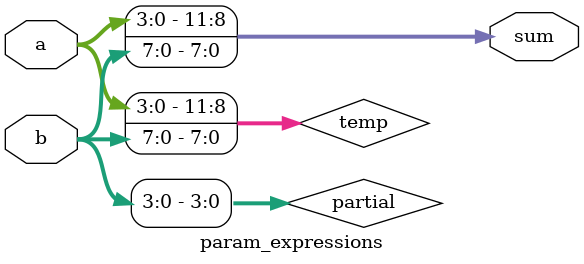
<source format=v>
module param_expressions #(
    parameter N = 4,
    parameter M = 8
)(
    input [N-1:0] a,
    input [M-1:0] b,
    output [N+M-1:0] sum
);
    localparam TOTAL = N + M;
    localparam HALF = M / 2;
    localparam OFFSET = N - 1;
    
    wire [TOTAL-1:0] temp;
    wire [HALF-1:0] partial;
    
    assign temp = {a, b};
    assign partial = b[HALF-1:0];
    assign sum = temp;
endmodule


</source>
